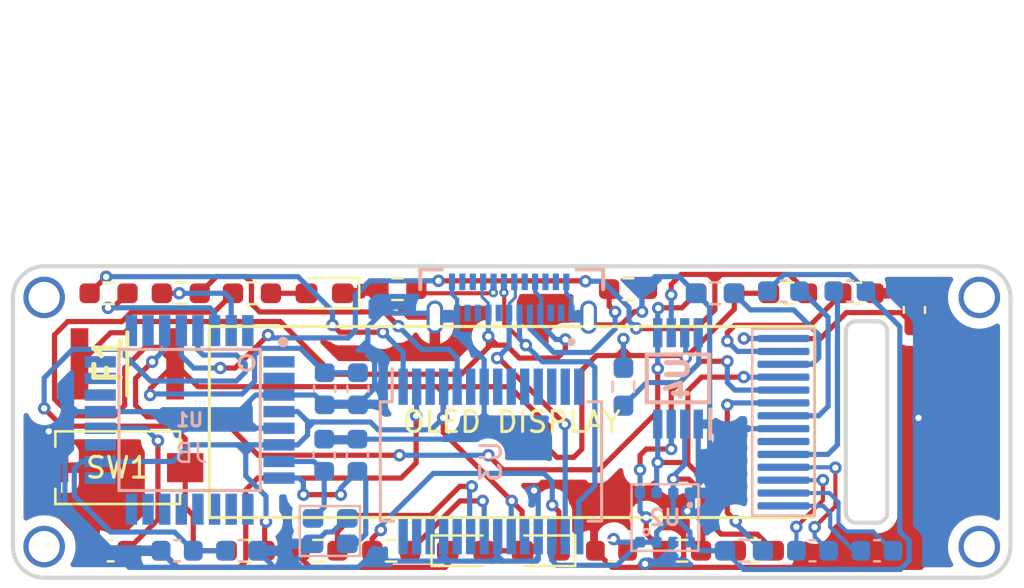
<source format=kicad_pcb>
(kicad_pcb (version 20211014) (generator pcbnew)
  (layers (0 "F.Cu" signal) (31 "B.Cu" signal) (34 "B.Paste" user) (35 "F.Paste" user) (36 "B.SilkS" user "B.Silkscreen") (37 "F.SilkS" user "F.Silkscreen") (38 "B.Mask" user) (39 "F.Mask" user) (44 "Edge.Cuts" user))
  (net 0 "")
  (net 1 "GND")
  (net 4 "Net-(F1-Pad1)")
  (net 5 "Net-(P1-PadA5)")
  (net 6 "D+")
  (net 7 "D-")
  (net 13 "Net-(P1-PadB5)")
  (net 17 "+5V")
  (net 18 "SCL 5V")
  (net 19 "SDA 5V")
  (net 20 "+3V3")
  (net 21 "SDA 3V3")
  (net 22 "SCL 3V3")
  (net 23 "RESET")
  (net 24 "Net-(J1-Pad12)")
  (net 25 "Net-(J1-Pad9)")
  (net 26 "Net-(D3-Pad1)")
  (net 27 "Net-(R7-Pad2)")
  (net 28 "Net-(D2-Pad1)")
  (net 29 "Net-(R6-Pad2)")
  (net 30 "TX")
  (net 31 "Net-(R5-Pad2)")
  (net 32 "RX")
  (net 33 "Net-(R4-Pad2)")
  (net 34 "Net-(D1-Pad2)")
  (net 35 "Net-(C4-Pad1)")
  (net 47 "XTAL1")
  (net 48 "XTAL2")
  (net 49 "C2+")
  (net 50 "C2-")
  (net 51 "C1+")
  (net 52 "C1-")
  (net 53 "Net-(C13-Pad2)")
  (net 55 "Net-(C12-Pad2)")
  (net 56 "Net-(C14-Pad1)")
  (net 57 "Net-(C15-Pad1)")
  (net 58 "Net-(C5-Pad2)")
  (net 77 "Net-(R13-Pad2)")
  (footprint "Resistor_SMD:R_0603_1608Metric_Pad0.98x0.95mm_HandSolder" (layer "F.Cu") (at 146.625 115.9)
    (fp_text reference "R7" hide)
    (fp_text value "120" hide)
  )
  (footprint "" (layer "F.Cu") (at 129.925 103.7)
    (fp_text reference "")
    (fp_text value "")
  )
  (footprint "Resistor_SMD:R_0603_1608Metric_Pad0.98x0.95mm_HandSolder" (layer "F.Cu") (at 133.025 103.5 180)
    (fp_text reference "R4" hide)
    (fp_text value "1K" hide)
  )
  (footprint "LED_SMD:LED_0603_1608Metric_Pad1.05x0.95mm_HandSolder" (layer "F.Cu") (at 153.825 115.9 180)
    (fp_text reference "D3" hide)
    (fp_text value "LED GREEN TX" hide)
  )
  (footprint "LED_SMD:LED_0603_1608Metric_Pad1.05x0.95mm_HandSolder" (layer "F.Cu") (at 150.225 115.9)
    (fp_text reference "D2" hide)
    (fp_text value "LED GREEN RX" hide)
  )
  (footprint "Resistor_SMD:R_0603_1608Metric_Pad0.98x0.95mm_HandSolder" (layer "F.Cu") (at 146.925 103.3)
    (fp_text reference "R2" hide)
    (fp_text value "5K1" hide)
  )
  (footprint "Resistor_SMD:R_0603_1608Metric_Pad0.98x0.95mm_HandSolder" (layer "F.Cu") (at 136.4995 103.5)
    (fp_text reference "R5" hide)
    (fp_text value "1K" hide)
  )
  (footprint "" (layer "F.Cu") (at 174.925 115.7)
    (fp_text reference "")
    (fp_text value "")
  )
  (footprint "Resistor_SMD:R_0603_1608Metric_Pad0.98x0.95mm_HandSolder" (layer "F.Cu") (at 160.625 115.9 180)
    (fp_text reference "R12" hide)
    (fp_text value "4K7" hide)
  )
  (footprint "Resistor_SMD:R_0603_1608Metric_Pad0.98x0.95mm_HandSolder" (layer "F.Cu") (at 162.225 103.5 180)
    (fp_text reference "R10" hide)
    (fp_text value "4K7" hide)
  )
  (footprint "Resistor_SMD:R_0603_1608Metric_Pad0.98x0.95mm_HandSolder" (layer "F.Cu") (at 139.625 115.9 180)
    (fp_text reference "R8" hide)
    (fp_text value "4K7" hide)
  )
  (footprint "LED_SMD:LED_0603_1608Metric_Pad1.05x0.95mm_HandSolder" (layer "F.Cu") (at 143.425 103.5 180)
    (fp_text reference "D1" hide)
    (fp_text value "LED RED" hide)
  )
  (footprint "Capacitor_SMD:C_0603_1608Metric" (layer "F.Cu") (at 136.325 115.9)
    (fp_text reference "C4" hide)
    (fp_text value "100nF" hide)
  )
  (footprint "Capacitor_SMD:C_0603_1608Metric" (layer "F.Cu") (at 169.1 103.5)
    (fp_text reference "C14" hide)
    (fp_text value "10µF" hide)
  )
  (footprint "Resistor_SMD:R_0603_1608Metric_Pad0.98x0.95mm_HandSolder" (layer "F.Cu") (at 158.025 103.3 180)
    (fp_text reference "R3" hide)
    (fp_text value "5K1" hide)
  )
  (footprint "Capacitor_SMD:C_0603_1608Metric" (layer "F.Cu") (at 171.8 104.3 90)
    (fp_text reference "C15" hide)
    (fp_text value "10µF" hide)
  )
  (footprint "Resistor_SMD:R_0603_1608Metric_Pad0.98x0.95mm_HandSolder" (layer "F.Cu") (at 139.925 103.5 180)
    (fp_text reference "R1" hide)
    (fp_text value "150" hide)
  )
  (footprint "MF-MSMF050-2:MF-MSMF050-2" (layer "F.Cu") (at 133.925 106.9)
    (fp_text reference "F1")
    (fp_text value "MF-MSMF050-2" hide)
  )
  (footprint "" (layer "F.Cu") (at 129.925 115.7)
    (fp_text reference "")
    (fp_text value "")
  )
  (footprint "Capacitor_SMD:C_0603_1608Metric" (layer "F.Cu") (at 157.225 115.9)
    (fp_text reference "C3" hide)
    (fp_text value "100nF" hide)
  )
  (footprint "Resistor_SMD:R_0603_1608Metric_Pad0.98x0.95mm_HandSolder" (layer "F.Cu") (at 165.725 103.5)
    (fp_text reference "R9" hide)
    (fp_text value "4K7" hide)
  )
  (footprint "" (layer "F.Cu") (at 174.925 103.7)
    (fp_text reference "")
    (fp_text value "")
  )
  (footprint "SW_PTS636_SM43J_SMTR_LFS:SW_PTS636_SM43J_SMTR_LFS" (layer "F.Cu") (at 133.4625 111.9)
    (fp_text reference "SW1")
    (fp_text value "Reset" hide)
  )
  (footprint "Capacitor_SMD:C_0603_1608Metric" (layer "F.Cu") (at 133.125 115.9)
    (fp_text reference "C5" hide)
    (fp_text value "100nF" hide)
  )
  (footprint "Resistor_SMD:R_0603_1608Metric_Pad0.98x0.95mm_HandSolder" (layer "F.Cu") (at 164.125 115.9)
    (fp_text reference "R11" hide)
    (fp_text value "4K7" hide)
  )
  (footprint "Resistor_SMD:R_0603_1608Metric_Pad0.98x0.95mm_HandSolder" (layer "F.Cu") (at 143.125 115.9)
    (fp_text reference "R6" hide)
    (fp_text value "120" hide)
  )
  (footprint "Capacitor_SMD:C_0603_1608Metric" (layer "B.Cu") (at 145 111.3 90)
    (fp_text reference "C9" hide)
    (fp_text value "22pF" hide)
  )
  (footprint "ATMega328p:ATMEGA328P-AU" (layer "B.Cu") (at 136.925 109.6 180)
    (fp_text reference "U1")
    (fp_text value "ATMEGA328P-AU" hide)
  )
  (footprint "Capacitor_SMD:C_0603_1608Metric" (layer "B.Cu") (at 136.325 115.9 180)
    (fp_text reference "C2" hide)
    (fp_text value "100nF" hide)
  )
  (footprint "Resistor_SMD:R_0603_1608Metric_Pad0.98x0.95mm_HandSolder" (layer "B.Cu") (at 163.6 115.9)
    (fp_text reference "R14" hide)
    (fp_text value "10K" hide)
  )
  (footprint "Capacitor_SMD:C_0603_1608Metric" (layer "B.Cu") (at 168.7 103.4 180)
    (fp_text reference "C13" hide)
    (fp_text value "1µF" hide)
  )
  (footprint "Capacitor_SMD:C_0603_1608Metric" (layer "B.Cu") (at 143.425 108.1 -90)
    (fp_text reference "C6" hide)
    (fp_text value "100nF" hide)
  )
  (footprint "USB4155-03-C:USB4155-03-C" (layer "B.Cu") (at 152.425 103.7)
    (fp_text reference "P1" hide)
    (fp_text value "USB_C_Plug" hide)
  )
  (footprint "Capacitor_SMD:C_0603_1608Metric" (layer "B.Cu") (at 170 115.9)
    (fp_text reference "C10" hide)
    (fp_text value "1µF" hide)
  )
  (footprint "EA_W096016-XALW:EA_W096016-XALW" (layer "B.Cu") (at 165.5 109.4)
    (fp_text reference "J1" hide)
    (fp_text value "EA W096016-XALW" hide)
  )
  (footprint "Package_SO:SSOP-28_5.3x10.2mm_P0.65mm" (layer "B.Cu") (at 151.425 111.6 -90)
    (fp_text reference "U3")
    (fp_text value "FT232RL" hide)
  )
  (footprint "Capacitor_SMD:C_0603_1608Metric" (layer "B.Cu") (at 143.4 111.3 90)
    (fp_text reference "C8" hide)
    (fp_text value "22pF" hide)
  )
  (footprint "Resistor_SMD:R_0603_1608Metric_Pad0.98x0.95mm_HandSolder" (layer "B.Cu") (at 157.8 108 -90)
    (fp_text reference "R13" hide)
    (fp_text value "390K" hide)
  )
  (footprint "Resistor_SMD:R_0603_1608Metric_Pad0.98x0.95mm_HandSolder" (layer "B.Cu") (at 162.2 103.5 180)
    (fp_text reference "R15" hide)
    (fp_text value "390K" hide)
  )
  (footprint "Package_LGA:Bosch_LGA-8_3x3mm_P0.8mm_ClockwisePinNumbering" (layer "B.Cu") (at 159.8 114.3 180)
    (fp_text reference "U2")
    (fp_text value "BME680" hide)
  )
  (footprint "LFXTAL071268:LFXTAL071268" (layer "B.Cu") (at 143.625 114.85 180)
    (fp_text reference "XTAL1" hide)
    (fp_text value "LFXTAL071268" hide)
  )
  (footprint "Capacitor_SMD:C_0603_1608Metric" (layer "B.Cu") (at 139.425 115.9)
    (fp_text reference "C1" hide)
    (fp_text value "1µF" hide)
  )
  (footprint "TCA9517ADGKR:TCA9517ADGKR" (layer "B.Cu") (at 160.425 107.6 90)
    (fp_text reference "U4")
    (fp_text value "PI6ULS5V9306" hide)
  )
  (footprint "Capacitor_SMD:C_0603_1608Metric" (layer "B.Cu") (at 166.9 115.9)
    (fp_text reference "C11" hide)
    (fp_text value "1µF" hide)
  )
  (footprint "Capacitor_SMD:C_0603_1608Metric" (layer "B.Cu") (at 145.025 108.1 -90)
    (fp_text reference "C7" hide)
    (fp_text value "1µF" hide)
  )
  (footprint "Capacitor_SMD:C_0603_1608Metric" (layer "B.Cu") (at 165.5 103.4)
    (fp_text reference "C12" hide)
    (fp_text value "1µF" hide)
  )
  (gr_rect (start 137.875 105.1) (end 167 114.3) (layer "F.SilkS") (width 0.15) (fill none))
  (gr_line (start 170 114.55) (end 169 114.55) (layer "Edge.Cuts") (width 0.2))
  (gr_line (start 176.425 103.7) (end 176.425 115.7) (layer "Edge.Cuts") (width 0.2))
  (gr_line (start 168.5 114.05) (end 168.5 105.35) (layer "Edge.Cuts") (width 0.2))
  (gr_arc (start 128.425 103.7) (mid 128.86434 102.63934) (end 129.925 102.2) (layer "Edge.Cuts") (width 0.2))
  (gr_arc (start 169 114.55) (mid 168.646447 114.403553) (end 168.5 114.05) (layer "Edge.Cuts") (width 0.2))
  (gr_line (start 169 104.85) (end 170 104.85) (layer "Edge.Cuts") (width 0.2))
  (gr_line (start 128.425 103.7) (end 128.425 115.7) (layer "Edge.Cuts") (width 0.2))
  (gr_arc (start 174.925 102.2) (mid 175.98566 102.63934) (end 176.425 103.7) (layer "Edge.Cuts") (width 0.2))
  (gr_arc (start 168.5 105.35) (mid 168.646447 104.996447) (end 169 104.85) (layer "Edge.Cuts") (width 0.2))
  (gr_line (start 170.5 105.35) (end 170.5 114.05) (layer "Edge.Cuts") (width 0.2))
  (gr_arc (start 176.425 115.7) (mid 175.98566 116.76066) (end 174.925 117.2) (layer "Edge.Cuts") (width 0.2))
  (gr_line (start 174.925 102.2) (end 129.925 102.2) (layer "Edge.Cuts") (width 0.2))
  (gr_arc (start 129.925 117.2) (mid 128.86434 116.76066) (end 128.425 115.7) (layer "Edge.Cuts") (width 0.2))
  (gr_arc (start 170 104.85) (mid 170.353553 104.996447) (end 170.5 105.35) (layer "Edge.Cuts") (width 0.2))
  (gr_line (start 174.925 117.2) (end 129.925 117.2) (layer "Edge.Cuts") (width 0.2))
  (gr_arc (start 170.5 114.05) (mid 170.353553 114.403553) (end 170 114.55) (layer "Edge.Cuts") (width 0.2))
  (gr_text "JB" (at 137 111.2) (layer "B.SilkS") (effects (font (size 0.9 0.9) (thickness 0.125)) (justify mirror)))
  (gr_text "OLED DISPLAY" (at 152.425 109.7) (layer "F.SilkS") (effects (font (size 1 1))))
  (segment (start 130.2 111.9125) (end 130.2 113.75) (width 0.25) (layer "F.Cu") (net 1))
  (segment (start 160.7 114.1745) (end 160.7 116.195495) (width 0.25) (layer "F.Cu") (net 1))
  (segment (start 145.8125 103.5) (end 146.0125 103.3) (width 0.25) (layer "F.Cu") (net 1))
  (segment (start 157.25 116.7) (end 156.45 115.9) (width 0.25) (layer "F.Cu") (net 1))
  (segment (start 158.3245 104.3855) (end 158.694195 104.3855) (width 0.25) (layer "F.Cu") (net 1))
  (segment (start 146.0125 103.3) (end 146.125 103.3) (width 0.25) (layer "F.Cu") (net 1))
  (segment (start 144.3 103.5) (end 145.8125 103.5) (width 0.25) (layer "F.Cu") (net 1))
  (segment (start 158.840295 116.532508) (end 158.672803 116.7) (width 0.25) (layer "F.Cu") (net 1))
  (segment (start 156.45 113.125) (end 156.45 115.9) (width 0.25) (layer "F.Cu") (net 1))
  (segment (start 160.7 116.195495) (end 160.195495 116.7) (width 0.25) (layer "F.Cu") (net 1))
  (segment (start 172.6 116.2) (end 172.1 116.7) (width 0.25) (layer "F.Cu") (net 1))
  (segment (start 160.195495 116.7) (end 159.007787 116.7) (width 0.25) (layer "F.Cu") (net 1))
  (segment (start 130.2125 111.9) (end 130.2 111.9125) (width 0.25) (layer "F.Cu") (net 1))
  (segment (start 153.5 113) (end 153.9 112.6) (width 0.25) (layer "F.Cu") (net 1))
  (segment (start 158.694195 104.3855) (end 158.694195 103.543305) (width 0.25) (layer "F.Cu") (net 1))
  (segment (start 155.925 112.6) (end 156.45 113.125) (width 0.25) (layer "F.Cu") (net 1))
  (segment (start 130.2125 110.211794) (end 130.2125 111.9) (width 0.25) (layer "F.Cu") (net 1))
  (segment (start 158.694195 103.543305) (end 158.9375 103.3) (width 0.25) (layer "F.Cu") (net 1))
  (segment (start 172.6 104.325) (end 172.6 116.2) (width 0.25) (layer "F.Cu") (net 1))
  (segment (start 147.475 104.65) (end 148.725 104.65) (width 0.25) (layer "F.Cu") (net 1))
  (segment (start 159.007787 116.7) (end 158.840295 116.532508) (width 0.25) (layer "F.Cu") (net 1))
  (segment (start 169.875 103.5) (end 171.725 103.5) (width 0.25) (layer "F.Cu") (net 1))
  (segment (start 156.5 105.025) (end 157.685 105.025) (width 0.25) (layer "F.Cu") (net 1))
  (segment (start 172.1 116.7) (end 160.195495 116.7) (width 0.25) (layer "F.Cu") (net 1))
  (segment (start 158.672803 116.7) (end 157.25 116.7) (width 0.25) (layer "F.Cu") (net 1))
  (segment (start 156.125 104.65) (end 156.5 105.025) (width 0.25) (layer "F.Cu") (net 1))
  (segment (start 130.150353 110.149647) (end 130.2125 110.211794) (width 0.25) (layer "F.Cu") (net 1))
  (segment (start 146.125 103.3) (end 147.475 104.65) (width 0.25) (layer "F.Cu") (net 1))
  (segment (start 157.685 105.025) (end 158.3245 104.3855) (width 0.25) (layer "F.Cu") (net 1))
  (segment (start 130.2 113.75) (end 132.35 115.9) (width 0.25) (layer "F.Cu") (net 1))
  (segment (start 153.9 112.6) (end 155.925 112.6) (width 0.25) (layer "F.Cu") (net 1))
  (segment (start 160.878839 113.995661) (end 160.7 114.1745) (width 0.25) (layer "F.Cu") (net 1))
  (segment (start 171.8 103.525) (end 172.6 104.325) (width 0.25) (layer "F.Cu") (net 1))
  (via (at 130.150353 110.149647) (size 0.6) (drill 0.3) (layers "F.Cu" "B.Cu") (net 1))
  (via (at 160.878839 113.995661) (size 0.6) (drill 0.3) (layers "F.Cu" "B.Cu") (net 1))
  (via (at 153.5 113) (size 0.6) (drill 0.3) (layers "F.Cu" "B.Cu") (net 1))
  (via (at 158.840295 116.532508) (size 0.6) (drill 0.3) (layers "F.Cu" "B.Cu") (net 1))
  (via (at 172 109.5) (size 0.6) (drill 0.3) (layers "F.Cu" "B.Cu") (net 1))
  (via (at 158.694195 104.3855) (size 0.6) (drill 0.3) (layers "F.Cu" "B.Cu") (net 1))
  (segment (start 153.625 116.4) (end 153.7 116.325) (width 0.25) (layer "B.Cu") (net 1))
  (segment (start 149.8 104.45) (end 148.925 104.45) (width 0.25) (layer "B.Cu") (net 1))
  (segment (start 162.18 110.02) (end 161.95 110.25) (width 0.25) (layer "B.Cu") (net 1))
  (segment (start 151.5 116.4) (end 151.4 116.4) (width 0.25) (layer "B.Cu") (net 1))
  (segment (start 130.925 110.125) (end 130.925 110.475) (width 0.25) (layer "B.Cu") (net 1))
  (segment (start 159.32 102.7) (end 160.4875 102.7) (width 0.25) (layer "B.Cu") (net 1))
  (segment (start 149.55 103.55) (end 149.55 103) (width 0.2) (layer "B.Cu") (net 1))
  (segment (start 145.025 108.875) (end 145.825 108.075) (width 0.25) (layer "B.Cu") (net 1))
  (segment (start 139.8 109.7) (end 139.8 109.2) (width 0.25) (layer "B.Cu") (net 1))
  (segment (start 140.1 110) (end 139.8 109.7) (width 0.25) (layer "B.Cu") (net 1))
  (segment (start 143.425 108.875) (end 142.95 108.4) (width 0.25) (layer "B.Cu") (net 1))
  (segment (start 149.5 116.4) (end 151.4 116.4) (width 0.25) (layer "B.Cu") (net 1))
  (segment (start 161.95 110.25) (end 161.95 112.1625) (width 0.25) (layer "B.Cu") (net 1))
  (segment (start 130.150353 110.149647) (end 130.175 110.125) (width 0.25) (layer "B.Cu") (net 1))
  (segment (start 140.2 115.9) (end 141 116.7) (width 0.25) (layer "B.Cu") (net 1))
  (segment (start 153.5 116.4) (end 153.3 116.4) (width 0.25) (layer "B.Cu") (net 1))
  (segment (start 152 116.4) (end 153.3 116.4) (width 0.25) (layer "B.Cu") (net 1))
  (segment (start 145 110.525) (end 150.4 110.525) (width 0.25) (layer "B.Cu") (net 1))
  (segment (start 148.9 116.4) (end 149.325 116.4) (width 0.25) (layer "B.Cu") (net 1))
  (segment (start 153.5 113) (end 153.7 113.2) (width 0.25) (layer "B.Cu") (net 1))
  (segment (start 153.3 116.4) (end 153.625 116.4) (width 0.25) (layer "B.Cu") (net 1))
  (segment (start 132.625 109.2) (end 131.5 109.2) (width 0.25) (layer "B.Cu") (net 1))
  (segment (start 130.925 109.775) (end 130.925 110.125) (width 0.25) (layer "B.Cu") (net 1))
  (segment (start 162.22 110.02) (end 162.02 110.02) (width 0.25) (layer "B.Cu") (net 1))
  (segment (start 142.95 108.4) (end 141.225 108.4) (width 0.25) (layer "B.Cu") (net 1))
  (segment (start 142.915817 115.567) (end 142.863 115.567) (width 0.25) (layer "B.Cu") (net 1))
  (segment (start 161.95 109.95) (end 161.95 110.25) (width 0.25) (layer "B.Cu") (net 1))
  (segment (start 148.5327 104.4577) (end 148.725 104.65) (width 0.25) (layer "B.Cu") (net 1))
  (segment (start 144.513 114.342) (end 144.460183 114.342) (width 0.25) (layer "B.Cu") (net 1))
  (segment (start 145.346 116.4) (end 148.9 116.4) (width 0.25) (layer "B.Cu") (net 1))
  (segment (start 145.825 108.075) (end 145.825 106.8) (width 0.25) (layer "B.Cu") (net 1))
  (segment (start 155.925 104.45) (end 156.125 104.65) (width 0.25) (layer "B.Cu") (net 1))
  (segment (start 159.367492 116.532508) (end 158.840295 116.532508) (width 0.25) (layer "B.Cu") (net 1))
  (segment (start 160.4875 102.7) (end 161.2875 103.5) (width 0.25) (layer "B.Cu") (net 1))
  (segment (start 136.3 116.7) (end 134.025 116.7) (width 0.25) (layer "B.Cu") (net 1))
  (segment (start 155.3 103.75) (end 155.05 103.5) (width 0.2) (layer "B.Cu") (net 1))
  (segment (start 139.7 108.9) (end 139.7 109.4) (width 0.25) (layer "B.Cu") (net 1))
  (segment (start 149.15 116.4) (end 149.325 116.4) (width 0.25) (layer "B.Cu") (net 1))
  (segment (start 149.15 115.2) (end 149.15 116.15) (width 0.25) (layer "B.Cu") (net 1))
  (segment (start 130.575 110.125) (end 130.925 109.775) (width 0.25) (layer "B.Cu") (net 1))
  (segment (start 161 113.8745) (end 160.878839 113.995661) (width 0.25) (layer "B.Cu") (net 1))
  (segment (start 153.7 116.325) (end 153.7 116.2) (width 0.25) (layer "B.Cu") (net 1))
  (segment (start 134.025 116.7) (end 130.925 113.6) (width 0.25) (layer "B.Cu") (net 1))
  (segment (start 161.95 109.75) (end 161.95 109.95) (width 0.25) (layer "B.Cu") (net 1))
  (segment (start 130.175 110.125) (end 130.575 110.125) (width 0.25) (layer "B.Cu") (net 1))
  (segment (start 161.95 104.1625) (end 161.2875 103.5) (width 0.25) (layer "B.Cu") (net 1))
  (segment (start 139.3 109.2) (end 139.8 109.7) (width 0.25) (layer "B.Cu") (net 1))
  (segment (start 153.7 116.2) (end 153.7 115.2) (width 0.25) (layer "B.Cu") (net 1))
  (segment (start 135.55 115.9) (end 135.55 115.95) (width 0.25) (layer "B.Cu") (net 1))
  (segment (start 148.5 115.2) (end 149.15 115.2) (width 0.25) (layer "B.Cu") (net 1))
  (segment (start 130.575 110.125) (end 130.925 110.125) (width 0.25) (layer "B.Cu") (net 1))
  (segment (start 149.8 104.5) (end 149.8 103.8) (width 0.2) (layer "B.Cu") (net 1))
  (segment (start 140.225 116.7) (end 136.3 116.7) (width 0.25) (layer "B.Cu") (net 1))
  (segment (start 161.95 109.55) (end 161.95 109.75) (width 0.25) (layer "B.Cu") (net 1))
  (segment (start 153.7 116.2) (end 153.5 116.4) (width 0.25) (layer "B.Cu") (net 1))
  (segment (start 131.5 109.2) (end 130.925 109.775) (width 0.25) (layer "B.Cu") (net 1))
  (segment (start 130.575 110.125) (end 130.925 110.475) (width 0.25) (layer "B.Cu") (net 1))
  (segment (start 145.223 116.523) (end 145.046 116.7) (width 0.25) (layer "B.Cu") (net 1))
  (segment (start 149.8 105.4) (end 149.8 104.45) (width 0.25) (layer "B.Cu") (net 1))
  (segment (start 139.3 109.2) (end 139.4 109.2) (width 0.25) (layer "B.Cu") (net 1))
  (segment (start 151.1 109.825) (end 151.1 108) (width 0.25) (layer "B.Cu") (net 1))
  (segment (start 140.1 108.4) (end 141.225 108.4) (width 0.25) (layer "B.Cu") (net 1))
  (segment (start 149.15 116.15) (end 148.9 116.4) (width 0.25) (layer "B.Cu") (net 1))
  (segment (start 145.346 116.4) (end 145.223 116.523) (width 0.25) (layer "B.Cu") (net 1))
  (segment (start 139.8 109.2) (end 139.8 108.7) (width 0.25) (layer "B.Cu") (net 1))
  (segment (start 162.22 110.02) (end 162.18 110.02) (width 0.25) (layer "B.Cu") (net 1))
  (segment (start 161.95 112.1625) (end 161 113.1125) (width 0.25) (layer "B.Cu") (net 1))
  (segment (start 146.1673 104.4577) (end 148.5327 104.4577) (width 0.25) (layer "B.Cu") (net 1))
  (segment (start 143.4 110.525) (end 145 110.525) (width 0.25) (layer "B.Cu") (net 1))
  (segment (start 130.925 110.475) (end 130.925 112) (width 0.25) (layer "B.Cu") (net 1))
  (segment (start 162.22 110.02) (end 161.95 109.75) (width 0.25) (layer "B.Cu") (net 1))
  (segment (start 141.7 116.7) (end 141.6 116.7) (width 0.25) (layer "B.Cu") (net 1))
  (segment (start 162.02 110.02) (end 161.95 109.95) (width 0.25) (layer "B.Cu") (net 1))
  (segment (start 155.05 103.5) (end 155.05 102.95) (width 0.2) (layer "B.Cu") (net 1))
  (segment (start 149.8 103.8) (end 149.55 103.55) (width 0.2) (layer "B.Cu") (net 1))
  (segment (start 160.2 115.4875) (end 160.2 115.7) (width 0.25) (layer "B.Cu") (net 1))
  (segment (start 149.325 116.4) (end 149.5 116.4) (width 0.25) (layer "B.Cu") (net 1))
  (segment (start 151.75 116.275) (end 151.75 116.15) (width 0.25) (layer "B.Cu") (net 1))
  (segment (start 141.225 110) (end 140.1 110) (width 0.25) (layer "B.Cu") (net 1))
  (segment (start 158.694195 104.3855) (end 158.694195 103.325805) (width 0.25) (layer "B.Cu") (net 1))
  (segment (start 143.482817 115) (end 142.915817 115.567) (width 0.25) (layer "B.Cu") (net 1))
  (segment (start 155.3 104.45) (end 155.3 103.75) (width 0.2) (layer "B.Cu") (net 1))
  (segment (start 141.6 116.7) (end 140.225 116.7) (width 0.25) (layer "B.Cu") (net 1))
  (segment (start 145.046 116.7) (end 141.6 116.7) (width 0.25) (layer "B.Cu") (net 1))
  (segment (start 139.65 108.85) (end 139.3 109.2) (width 0.25) (layer "B.Cu") (net 1))
  (segment (start 149.4 116.4) (end 149.5 116.4) (width 0.25) (layer "B.Cu") (net 1))
  (segment (start 139.4 109.2) (end 139.8 109.2) (width 0.25) (layer "B.Cu") (net 1))
  (segment (start 139.8 108.7) (end 140.1 108.4) (width 0.25) (layer "B.Cu") (net 1))
  (segment (start 161 113.1125) (end 161 113.8745) (width 0.25) (layer "B.Cu") (net 1))
  (segment (start 151.4 116.4) (end 151.625 116.4) (width 0.25) (layer "B.Cu") (net 1))
  (segment (start 151.75 116.15) (end 152 116.4) (width 0.25) (layer "B.Cu") (net 1))
  (segment (start 148.925 104.45) (end 148.725 104.65) (width 0.25) (layer "B.Cu") (net 1))
  (segment (start 150.4 110.525) (end 151.1 109.825) (width 0.25) (layer "B.Cu") (net 1))
  (segment (start 159.8 116.1) (end 159.367492 116.532508) (width 0.25) (layer "B.Cu") (net 1))
  (segment (start 144.460183 114.342) (end 143.802183 115) (width 0.25) (layer "B.Cu") (net 1))
  (segment (start 158.694195 103.325805) (end 159.32 102.7) (width 0.25) (layer "B.Cu") (net 1))
  (segment (start 130.925 113.6) (end 130.925 111.575) (width 0.25) (layer "B.Cu") (net 1))
  (segment (start 151.1 108) (end 151.1 106.7) (width 0.25) (layer "B.Cu") (net 1))
  (segment (start 151.625 116.4) (end 152 116.4) (width 0.25) (layer "B.Cu") (net 1))
  (segment (start 142.833 115.567) (end 141.7 116.7) (width 0.25) (layer "B.Cu") (net 1))
  (segment (start 149.15 116.15) (end 149.4 116.4) (width 0.25) (layer "B.Cu") (net 1))
  (segment (start 161.4 112.7125) (end 161 113.1125) (width 0.25) (layer "B.Cu") (net 1))
  (segment (start 161.95 109.55) (end 161.95 104.1625) (width 0.25) (layer "B.Cu") (net 1))
  (segment (start 145.5 106.475) (end 145.5 105.125) (width 0.25) (layer "B.Cu") (net 1))
  (segment (start 139.65 108.85) (end 139.7 108.9) (width 0.25) (layer "B.Cu") (net 1))
  (segment (start 151.1 106.7) (end 149.8 105.4) (width 0.25) (layer "B.Cu") (net 1))
  (segment (start 161.4 109.8) (end 161.4 112.7125) (width 0.25) (layer "B.Cu") (net 1))
  (segment (start 139.6 109.4) (end 139.4 109.2) (width 0.25) (layer "B.Cu") (net 1))
  (segment (start 160.2 115.7) (end 159.8 116.1) (width 0.25) (layer "B.Cu") (net 1))
  (segment (start 132.625 109.2) (end 139.3 109.2) (width 0.25) (layer "B.Cu") (net 1))
  (segment (start 141 116.7) (end 141.1 116.7) (width 0.25) (layer "B.Cu") (net 1))
  (segment (start 149.15 116.15) (end 149.15 116.4) (width 0.25) (layer "B.Cu") (net 1))
  (segment (start 151.75 116.15) (end 151.5 116.4) (width 0.25) (layer "B.Cu") (net 1))
  (segment (start 139.8 108.7) (end 139.65 108.85) (width 0.25) (layer "B.Cu") (net 1))
  (segment (start 151.75 116.15) (end 151.75 115.2) (width 0.25) (layer "B.Cu") (net 1))
  (segment (start 139.7 109.4) (end 139.6 109.4) (width 0.25) (layer "B.Cu") (net 1))
  (segment (start 143.802183 115) (end 143.482817 115) (width 0.25) (layer "B.Cu") (net 1))
  (segment (start 145.5 105.125) (end 146.1673 104.4577) (width 0.25) (layer "B.Cu") (net 1))
  (segment (start 153.7 113.2) (end 153.7 115.2) (width 0.25) (layer "B.Cu") (net 1))
  (segment (start 145.825 106.8) (end 145.5 106.475) (width 0.25) (layer "B.Cu") (net 1))
  (segment (start 155.3 104.45) (end 155.925 104.45) (width 0.25) (layer "B.Cu") (net 1))
  (segment (start 145.025 108.875) (end 143.425 108.875) (width 0.25) (layer "B.Cu") (net 1))
  (segment (start 135.55 115.95) (end 136.3 116.7) (width 0.25) (layer "B.Cu") (net 1))
  (segment (start 165.5 110.02) (end 162.22 110.02) (width 0.25) (layer "B.Cu") (net 1))
  (segment (start 142.863 115.567) (end 142.833 115.567) (width 0.25) (layer "B.Cu") (net 1))
  (segment (start 151.653 105.997) (end 151.403 105.997) (width 0.25) (layer "F.Cu") (net 4))
  (segment (start 134.34 104.86) (end 133.8 105.4) (width 0.25) (layer "F.Cu") (net 4))
  (segment (start 151.3 105.58) (end 151.653 105.933) (width 0.25) (layer "F.Cu") (net 4))
  (segment (start 151.403 105.997) (end 151.3 106.1) (width 0.25) (layer "F.Cu") (net 4))
  (segment (start 133.125 105.4) (end 131.625 106.9) (width 0.25) (layer "F.Cu") (net 4))
  (segment (start 150 107.4) (end 143.825 107.4) (width 0.25) (layer "F.Cu") (net 4))
  (segment (start 151.3 105.58) (end 151.3 106.1) (width 0.25) (layer "F.Cu") (net 4))
  (segment (start 151.653 105.933) (end 151.653 105.997) (width 0.25) (layer "F.Cu") (net 4))
  (segment (start 152.167 105.997) (end 151.653 105.997) (width 0.25) (layer "F.Cu") (net 4))
  (segment (start 143.825 107.4) (end 141.285 104.86) (width 0.25) (layer "F.Cu") (net 4))
  (segment (start 141.285 104.86) (end 134.34 104.86) (width 0.25) (layer "F.Cu") (net 4))
  (segment (start 133.8 105.4) (end 133.125 105.4) (width 0.25) (layer "F.Cu") (net 4))
  (segment (start 151.3 106.1) (end 150 107.4) (width 0.25) (layer "F.Cu") (net 4))
  (segment (start 155.0055 106.2345) (end 154.619442 106.620558) (width 0.25) (layer "F.Cu") (net 4))
  (segment (start 154.619442 106.620558) (end 152.790558 106.620558) (width 0.25) (layer "F.Cu") (net 4))
  (segment (start 155.0055 105.7255) (end 155.0055 106.2345) (width 0.25) (layer "F.Cu") (net 4))
  (segment (start 152.790558 106.620558) (end 152.167 105.997) (width 0.25) (layer "F.Cu") (net 4))
  (via (at 155.0055 105.7255) (size 0.6) (drill 0.3) (layers "F.Cu" "B.Cu") (net 4))
  (via (at 151.3 105.58) (size 0.6) (drill 0.3) (layers "F.Cu" "B.Cu") (net 4))
  (segment (start 151.05 102.95) (end 151.05 103.197537) (width 0.15) (layer "B.Cu") (net 4))
  (segment (start 153.84 104.41) (end 153.8 104.45) (width 0.2) (layer "B.Cu") (net 4))
  (segment (start 151 103.68) (end 151.3 103.98) (width 0.15) (layer "B.Cu") (net 4))
  (segment (start 151.3 103.98) (end 151.3 104.45) (width 0.15) (layer "B.Cu") (net 4))
  (segment (start 153.55 102.95) (end 153.55 103.43) (width 0.2) (layer "B.Cu") (net 4))
  (segment (start 151 103.247537) (end 151 103.68) (width 0.15) (layer "B.Cu") (net 4))
  (segment (start 151.05 103.197537) (end 151 103.247537) (width 0.15) (layer "B.Cu") (net 4))
  (segment (start 155.0055 105.7255) (end 154.5505 105.7255) (width 0.25) (layer "B.Cu") (net 4))
  (segment (start 153.55 103.43) (end 153.84 103.72) (width 0.2) (layer "B.Cu") (net 4))
  (segment (start 153.84 103.72) (end 153.84 104.41) (width 0.2) (layer "B.Cu") (net 4))
  (segment (start 151.3 105.58) (end 151.3 104.45) (width 0.25) (layer "B.Cu") (net 4))
  (segment (start 153.8 104.975) (end 153.8 104.45) (width 0.25) (layer "B.Cu") (net 4))
  (segment (start 154.5505 105.7255) (end 153.8 104.975) (width 0.25) (layer "B.Cu") (net 4))
  (segment (start 157.4 104.4) (end 157.1125 104.1125) (width 0.25) (layer "F.Cu") (net 5))
  (segment (start 157.1125 104.1125) (end 157.1125 103.3) (width 0.25) (layer "F.Cu") (net 5))
  (via (at 157.4 104.4) (size 0.6) (drill 0.3) (layers "F.Cu" "B.Cu") (net 5))
  (segment (start 156.266116 106.35) (end 154.45 106.35) (width 0.25) (layer "B.Cu") (net 5))
  (segment (start 157.4 104.4) (end 157.4 105.216116) (width 0.25) (layer "B.Cu") (net 5))
  (segment (start 153.3 105.2) (end 153.3 104.45) (width 0.25) (layer "B.Cu") (net 5))
  (segment (start 157.4 105.216116) (end 156.266116 106.35) (width 0.25) (layer "B.Cu") (net 5))
  (segment (start 154.45 106.35) (end 153.3 105.2) (width 0.25) (layer "B.Cu") (net 5))
  (segment (start 153.104442 105.995558) (end 152.065 104.956116) (width 0.2) (layer "F.Cu") (net 6))
  (segment (start 152.065 104.956116) (end 152.065 103.47) (width 0.2) (layer "F.Cu") (net 6))
  (via (at 152.05 103.47) (size 0.45) (drill 0.2) (layers "F.Cu" "B.Cu") (net 6))
  (via (at 153.104442 105.995558) (size 0.6) (drill 0.3) (layers "F.Cu" "B.Cu") (net 6))
  (segment (start 152.05 102.95) (end 152.065 102.965) (width 0.2) (layer "B.Cu") (net 6))
  (segment (start 156.15 106.8) (end 156.425 107.075) (width 0.25) (layer "B.Cu") (net 6))
  (segment (start 155.65 113.55) (end 155.65 115.2) (width 0.25) (layer "B.Cu") (net 6))
  (segment (start 156.425 107.075) (end 156.425 112.775) (width 0.25) (layer "B.Cu") (net 6))
  (segment (start 156.425 112.775) (end 155.65 113.55) (width 0.25) (layer "B.Cu") (net 6))
  (segment (start 152.8 104.45) (end 152.8 105.691116) (width 0.25) (layer "B.Cu") (net 6))
  (segment (start 152.8 105.691116) (end 153.104442 105.995558) (width 0.25) (layer "B.Cu") (net 6))
  (segment (start 152.065 102.965) (end 152.065 103.47) (width 0.2) (layer "B.Cu") (net 6))
  (segment (start 153.104442 105.995558) (end 153.908884 106.8) (width 0.25) (layer "B.Cu") (net 6))
  (segment (start 153.908884 106.8) (end 156.15 106.8) (width 0.25) (layer "B.Cu") (net 6))
  (segment (start 151.7975 106.622) (end 151.722 106.622) (width 0.25) (layer "F.Cu") (net 7))
  (segment (start 154.98275 109.80725) (end 151.7975 106.622) (width 0.25) (layer "F.Cu") (net 7))
  (via (at 151.722 106.622) (size 0.6) (drill 0.3) (layers "F.Cu" "B.Cu") (net 7))
  (via (at 154.98275 109.80725) (size 0.6) (drill 0.3) (layers "F.Cu" "B.Cu") (net 7))
  (segment (start 155 110.925) (end 155 115.2) (width 0.25) (layer "B.Cu") (net 7))
  (segment (start 152.3 104) (end 152.6 103.7) (width 0.15) (layer "B.Cu") (net 7))
  (segment (start 152.6 103.7) (end 152.6 103) (width 0.15) (layer "B.Cu") (net 7))
  (segment (start 152.6 103) (end 152.55 102.95) (width 0.15) (layer "B.Cu") (net 7))
  (segment (start 152.3 104.45) (end 152.3 104) (width 0.15) (layer "B.Cu") (net 7))
  (segment (start 152.3 106.044) (end 152.3 104.45) (width 0.25) (layer "B.Cu") (net 7))
  (segment (start 155 109.8245) (end 155 110.2) (width 0.25) (layer "B.Cu") (net 7))
  (segment (start 155 110.2) (end 155 110.925) (width 0.25) (layer "B.Cu") (net 7))
  (segment (start 154.98275 109.80725) (end 155 109.8245) (width 0.2) (layer "B.Cu") (net 7))
  (segment (start 151.722 106.622) (end 152.3 106.044) (width 0.25) (layer "B.Cu") (net 7))
  (segment (start 147.8375 103.3) (end 148.0375 103.5) (width 0.2) (layer "F.Cu") (net 13))
  (segment (start 151.495 103.5) (end 151.525 103.47) (width 0.2) (layer "F.Cu") (net 13))
  (segment (start 148.0375 103.5) (end 151.495 103.5) (width 0.2) (layer "F.Cu") (net 13))
  (via (at 151.54 103.47) (size 0.45) (drill 0.2) (layers "F.Cu" "B.Cu") (net 13))
  (segment (start 151.55 102.95) (end 151.525 102.975) (width 0.2) (layer "B.Cu") (net 13))
  (segment (start 151.54 102.96) (end 151.55 102.95) (width 0.15) (layer "B.Cu") (net 13))
  (segment (start 151.525 102.975) (end 151.525 103.47) (width 0.2) (layer "B.Cu") (net 13))
  (segment (start 154.2 109.875) (end 152.325 108) (width 0.25) (layer "F.Cu") (net 17))
  (segment (start 157.8 106.2) (end 157.8 105.7) (width 0.25) (layer "F.Cu") (net 17))
  (segment (start 131.225 109.4) (end 133.3 109.4) (width 0.25) (layer "F.Cu") (net 17))
  (segment (start 149.125 108.025) (end 149.1 108) (width 0.25) (layer "F.Cu") (net 17))
  (segment (start 160.8 106.6) (end 163.1375 104.2625) (width 0.25) (layer "F.Cu") (net 17))
  (segment (start 154.2 111) (end 154.2 109.875) (width 0.25) (layer "F.Cu") (net 17))
  (segment (start 136.2 106.9) (end 136.225 106.9) (width 0.25) (layer "F.Cu") (net 17))
  (segment (start 158.1 106.5) (end 160.7 106.5) (width 0.25) (layer "F.Cu") (net 17))
  (segment (start 160.7 106.5) (end 160.8 106.6) (width 0.25) (layer "F.Cu") (net 17))
  (segment (start 130.425 108.6) (end 131.225 109.4) (width 0.25) (layer "F.Cu") (net 17))
  (segment (start 149.125 109.5) (end 149.125 108.285) (width 0.25) (layer "F.Cu") (net 17))
  (segment (start 131.065 104.86) (end 130.425 105.5) (width 0.25) (layer "F.Cu") (net 17))
  (segment (start 157.5 106.5) (end 156.5 106.5) (width 0.25) (layer "F.Cu") (net 17))
  (segment (start 138.1025 104.41) (end 134.121802 104.41) (width 0.25) (layer "F.Cu") (net 17))
  (segment (start 149.125 108.285) (end 149.41 108) (width 0.25) (layer "F.Cu") (net 17))
  (segment (start 149.1 108) (end 148.84 108) (width 0.25) (layer "F.Cu") (net 17))
  (segment (start 152.425 113.5) (end 152.925 114) (width 0.25) (layer "F.Cu") (net 17))
  (segment (start 154.6 111.4) (end 154.2 111) (width 0.25) (layer "F.Cu") (net 17))
  (segment (start 139.0125 103.5) (end 138.1025 104.41) (width 0.25) (layer "F.Cu") (net 17))
  (segment (start 149.125 110.2) (end 152.425 113.5) (width 0.25) (layer "F.Cu") (net 17))
  (segment (start 133.3 109.4) (end 133.8 108.9) (width 0.25) (layer "F.Cu") (net 17))
  (segment (start 152.325 108) (end 149.45 108) (width 0.25) (layer "F.Cu") (net 17))
  (segment (start 149.125 108.285) (end 149.125 108.025) (width 0.25) (layer "F.Cu") (net 17))
  (segment (start 151.1 115.9) (end 152.95 115.9) (width 0.25) (layer "F.Cu") (net 17))
  (segment (start 158.1 106.5) (end 157.8 106.2) (width 0.25) (layer "F.Cu") (net 17))
  (segment (start 152.925 114) (end 152.925 115.875) (width 0.25) (layer "F.Cu") (net 17))
  (segment (start 163.1375 104.2625) (end 163.1375 103.5) (width 0.25) (layer "F.Cu") (net 17))
  (segment (start 134.8 106.1) (end 135.4 106.1) (width 0.25) (layer "F.Cu") (net 17))
  (segment (start 137.325 108) (end 136.225 106.9) (width 0.25) (layer "F.Cu") (net 17))
  (segment (start 149.41 108) (end 149.45 108) (width 0.25) (layer "F.Cu") (net 17))
  (segment (start 135.025 108.1) (end 136.225 106.9) (width 0.25) (layer "F.Cu") (net 17))
  (segment (start 157.8 106.2) (end 157.5 106.5) (width 0.25) (layer "F.Cu") (net 17))
  (segment (start 149.125 109.5) (end 149.125 110.2) (width 0.25) (layer "F.Cu") (net 17))
  (segment (start 152.925 115.875) (end 152.95 115.9) (width 0.25) (layer "F.Cu") (net 17))
  (segment (start 135.025 108.4) (end 135.025 108.1) (width 0.25) (layer "F.Cu") (net 17))
  (segment (start 130.425 105.5) (end 130.425 108.6) (width 0.25) (layer "F.Cu") (net 17))
  (segment (start 155.408884 111.4) (end 154.6 111.4) (width 0.25) (layer "F.Cu") (net 17))
  (segment (start 133.671802 104.86) (end 131.065 104.86) (width 0.25) (layer "F.Cu") (net 17))
  (segment (start 149.45 108) (end 149.1 108) (width 0.25) (layer "F.Cu") (net 17))
  (segment (start 149.125 108.285) (end 148.84 108) (width 0.25) (layer "F.Cu") (net 17))
  (segment (start 140.5375 115.9) (end 140.5375 114.563) (width 0.25) (layer "F.Cu") (net 17))
  (segment (start 133.8 107.1) (end 134.8 106.1) (width 0.25) (layer "F.Cu") (net 17))
  (segment (start 133.8 108.9) (end 133.8 107.1) (width 0.25) (layer "F.Cu") (net 17))
  (segment (start 140.5375 114.563) (end 140.6005 114.5) (width 0.25) (layer "F.Cu") (net 17))
  (segment (start 156.5 106.5) (end 155.8 107.2) (width 0.25) (layer "F.Cu") (net 17))
  (segment (start 155.8 107.2) (end 155.8 111.008884) (width 0.25) (layer "F.Cu") (net 17))
  (segment (start 135.4 106.1) (end 136.2 106.9) (width 0.25) (layer "F.Cu") (net 17))
  (segment (start 134.121802 104.41) (end 133.671802 104.86) (width 0.25) (layer "F.Cu") (net 17))
  (segment (start 163.1375 103.5) (end 164.8125 103.5) (width 0.25) (layer "F.Cu") (net 17))
  (segment (start 155.8 111.008884) (end 155.408884 111.4) (width 0.25) (layer "F.Cu") (net 17))
  (segment (start 157.5 106.5) (end 158.1 106.5) (width 0.25) (layer "F.Cu") (net 17))
  (segment (start 148.84 108) (end 137.325 108) (width 0.25) (layer "F.Cu") (net 17))
  (via (at 160.8 106.6) (size 0.6) (drill 0.3) (layers "F.Cu" "B.Cu") (net 17))
  (via (at 152.425 113.5) (size 0.6) (drill 0.3) (layers "F.Cu" "B.Cu") (net 17))
  (via (at 140.6005 114.5) (size 0.6) (drill 0.3) (layers "F.Cu" "B.Cu") (net 17))
  (via (at 157.8 105.7) (size 0.6) (drill 0.3) (layers "F.Cu" "B.Cu") (net 17))
  (via (at 149.125 109.5) (size 0.6) (drill 0.3) (layers "F.Cu" "B.Cu") (net 17))
  (via (at 135.025 108.4) (size 0.6) (drill 0.3) (layers "F.Cu" "B.Cu") (net 17))
  (segment (start 134.225 111.6) (end 134.525 111.6) (width 0.25) (layer "B.Cu") (net 17))
  (segment (start 152.425 113.5) (end 152.4 113.525) (width 0.25) (layer "B.Cu") (net 17))
  (segment (start 142.6 110) (end 142.9 109.7) (width 0.25) (layer "B.Cu") (net 17))
  (segment (start 134.025 111.6) (end 134.225 111.6) (width 0.25) (layer "B.Cu") (net 17))
  (segment (start 139.625 111.2) (end 140.025 110.8) (width 0.25) (layer "B.Cu") (net 17))
  (segment (start 140.6005 114.5) (end 140.6005 113.2755) (width 0.25) (layer "B.Cu") (net 17))
  (segment (start 145.625 109.7) (end 142.9 109.7) (width 0.25) (layer "B.Cu") (net 17))
  (segment (start 132.625 111.6) (end 133.925 111.6) (width 0.25) (layer "B.Cu") (net 17))
  (segment (start 139.625 111) (end 139.825 110.8) (width 0.25) (layer "B.Cu") (net 17))
  (segment (start 141.225 109.2) (end 142.125 109.2) (width 0.25) (layer "B.Cu") (net 17))
  (segment (start 142.9 109.7) (end 142.8 109.7) (width 0.25) (layer "B.Cu") (net 17))
  (segment (start 139.625 111.2) (end 139.625 111) (width 0.25) (layer "B.Cu") (net 17))
  (segment (start 137.1 115.9) (end 136.2 115) (width 0.25) (layer "B.Cu") (net 17))
  (segment (start 139.125 110.8) (end 139.325 110.8) (width 0.25) (layer "B.Cu") (net 17))
  (segment (start 139.45 108.35) (end 140.05 107.75) (width 0.25) (layer "B.Cu") (net 17))
  (segment (start 139.625 111) (end 139.625 110.8) (width 0.25) (layer "B.Cu") (net 17))
  (segment (start 139.625 111) (end 139.425 110.8) (width 0.25) (layer "B.Cu") (net 17))
  (segment (start 157.8 107.0875) (end 157.8 105.7) (width 0.25) (layer "B.Cu") (net 17))
  (segment (start 134.525 111.6) (end 136.125 111.6) (width 0.25) (layer "B.Cu") (net 17))
  (segment (start 142.9 109.7) (end 142.625 109.7) (width 0.25) (layer "B.Cu") (net 17))
  (segment (start 131.375 113.25) (end 131.375 111.95) (width 0.25) (layer "B.Cu") (net 17))
  (segment (start 140.125 110.8) (end 141.225 110.8) (width 0.25) (layer "B.Cu") (net 17))
  (segment (start 149.125 109.5) (end 148.55 110.075) (width 0.25) (layer "B.Cu") (net 17))
  (segment (start 139.825 110.8) (end 140.125 110.8) (width 0.25) (layer "B.Cu") (net 17))
  (segment (start 142.125 109.2) (end 142.425 109.5) (width 0.25) (layer "B.Cu") (net 17))
  (segment (start 136.125 111.6) (end 136.925 110.8) (width 0.25) (layer "B.Cu") (net 17))
  (segment (start 140.05 107.75) (end 140.05 106.475) (width 0.25) (layer "B.Cu") (net 17))
  (segment (start 133.925 111.6) (end 134.025 111.6) (width 0.25) (layer "B.Cu") (net 17))
  (segment (start 160.8 105.45) (end 160.75 105.4) (width 0.25) (layer "B.Cu") (net 17))
  (segment (start 133.125 115) (end 131.375 113.25) (width 0.25) (layer "B.Cu") (net 17))
  (segment (start 139.625 111.2) (end 139.225 110.8) (width 0.25) (layer "B.Cu") (net 17))
  (segment (start 142.425 109.5) (end 142.6 109.675) (width 0.25) (layer "B.Cu") (net 17))
  (segment (start 139.425 110.8) (end 139.325 110.8) (width 0.25) (layer "B.Cu") (net 17))
  (segment (start 140.025 110.8) (end 140.125 110.8) (width 0.25) (layer "B.Cu") (net 17))
  (segment (start 135.075 108.35) (end 139.45 108.35) (width 0.25) (layer "B.Cu") (net 17))
  (segment (start 139.225 110.8) (end 139.125 110.8) (width 0.25) (layer "B.Cu") (net 17))
  (segment (start 152.4 113.525) (end 152.4 115.2) (width 0.25) (layer "B.Cu") (net 17))
  (segment (start 149.15 108) (end 149.15 109.275) (width 0.25) (layer "B.Cu") (net 17))
  (segment (start 137.1 115.9) (end 138.65 115.9) (width 0.25) (layer "B.Cu") (net 17))
  (segment (start 139.625 110.8) (end 139.825 110.8) (width 0.25) (layer "B.Cu") (net 17))
  (segment (start 136.2 115) (end 133.125 115) (width 0.25) (layer "B.Cu") (net 17))
  (segment (start 142.625 109.7) (end 142.425 109.5) (width 0.25) (layer "B.Cu") (net 17))
  (segment (start 142.6 110.325) (end 142.125 110.8) (width 0.25) (layer "B.Cu") (net 17))
  (segment (start 142.6 110) (end 142.6 110.325) (width 0.25) (layer "B.Cu") (net 17))
  (segment (start 148.55 110.075) (end 146 110.075) (width 0.25) (layer "B.Cu") (net 17))
  (segment (start 142.6 109.9) (end 142.6 110) (width 0.25) (layer "B.Cu") (net 17))
  (segment (start 131.725 111.6) (end 132.625 111.6) (width 0.25) (layer "B.Cu") (net 17))
  (segment (start 160.8 106.6) (end 160.8 105.45) (width 0.25) (layer "B.Cu") (net 17))
  (segment (start 143.425 107.325) (end 145.025 107.325) (width 0.25) (layer "B.Cu") (net 17))
  (segment (start 135.025 108.4) (end 135.075 108.35) (width 0.25) (layer "B.Cu") (net 17))
  (segment (start 131.375 111.95) (end 131.725 111.6) (width 0.25) (layer "B.Cu") (net 17))
  (segment (start 140.6005 113.2755) (end 139.625 112.3) (width 0.25) (layer "B.Cu") (net 17))
  (segment (start 146 110.075) (end 145.625 109.7) (width 0.25) (layer "B.Cu") (net 17))
  (segment (start 140.05 106.475) (end 140.375 106.15) (width 0.25) (layer "B.Cu") (net 17))
  (segment (start 136.925 110.8) (end 139.125 110.8) (width 0.25) (layer "B.Cu") (net 17))
  (segment (start 139.325 110.8) (end 139.625 110.8) (width 0.25) (layer "B.Cu") (net 17))
  (segment (start 142.6 109.675) (end 142.6 109.9) (width 0.25) (layer "B.Cu") (net 17))
  (segment (start 139.625 112.3) (end 139.625 111.2) (width 0.25) (layer "B.Cu") (net 17))
  (segment (start 142.125 110.8) (end 141.225 110.8) (width 0.25) (layer "B.Cu") (net 17))
  (segment (start 142.25 106.15) (end 143.425 107.325) (width 0.25) (layer "B.Cu") (net 17))
  (segment (start 140.375 106.15) (end 142.25 106.15) (width 0.25) (layer "B.Cu") (net 17))
  (segment (start 161.89 102.59) (end 161.84 102.59) (width 0.25) (layer "F.Cu") (net 18))
  (segment (start 161.84 102.59) (end 161.685495 102.59) (width 0.25) (layer "F.Cu") (net 18))
  (segment (start 162.2 102.9) (end 162.2 102.62) (width 0.25) (layer "F.Cu") (net 18))
  (segment (start 165.78 102.59) (end 162.73 102.59) (width 0.25) (layer "F.Cu") (net 18))
  (segment (start 160.1 103.5755) (end 160.1 103.07) (width 0.25) (layer "F.Cu") (net 18))
  (segment (start 162.2 104.3) (end 162.2 102.9) (width 0.25) (layer "F.Cu") (net 18))
  (segment (start 155.95 102.9) (end 148.9 102.9) (width 0.25) (layer "F.Cu") (net 18))
  (segment (start 158.426024 105.2) (end 161.3 105.2) (width 0.25) (layer "F.Cu") (net 18))
  (segment (start 155.97 102.92) (end 155.95 102.9) (width 0.25) (layer "F.Cu") (net 18))
  (segment (start 162.2 102.62) (end 162.17 102.59) (width 0.25) (layer "F.Cu") (net 18))
  (segment (start 160.58 102.59) (end 161.685495 102.59) (width 0.25) (layer "F.Cu") (net 18))
  (segment (start 166.6375 103.4475) (end 165.78 102.59) (width 0.25) (layer "F.Cu") (net 18))
  (segment (start 140.7 105.5125) (end 139.1125 107.1) (width 0.25) (layer "F.Cu") (net 18))
  (segment (start 162.2 102.9) (end 161.89 102.59) (width 0.25) (layer "F.Cu") (net 18))
  (segment (start 162.73 102.59) (end 162.17 102.59) (width 0.25) (layer "F.Cu") (net 18))
  (segment (start 139.1125 107.1) (end 138.4 107.1) (width 0.25) (layer "F.Cu") (net 18))
  (segment (start 162.51 102.59) (end 162.73 102.59) (width 0.25) (layer "F.Cu") (net 18))
  (segment (start 166.6375 103.5) (end 166.6375 103.4475) (width 0.25) (layer "F.Cu") (net 18))
  (segment (start 162.17 102.59) (end 161.84 102.59) (width 0.25) (layer "F.Cu") (net 18))
  (segment (start 160.1 103.07) (end 160.58 102.59) (width 0.25) (layer "F.Cu") (net 18))
  (segment (start 158.414195 105.188171) (end 158.426024 105.2) (width 0.25) (layer "F.Cu") (net 18))
  (segment (start 161.3 105.2) (end 162.2 104.3) (width 0.25) (layer "F.Cu") (net 18))
  (segment (start 162.2 102.9) (end 162.51 102.59) (width 0.25) (layer "F.Cu") (net 18))
  (via (at 158.414195 105.188171) (size 0.6) (drill 0.3) (layers "F.Cu" "B.Cu") (net 18))
  (via (at 155.97 102.92) (size 0.6) (drill 0.3) (layers "F.Cu" "B.Cu") (net 18))
  (via (at 148.9 102.9) (size 0.6) (drill 0.3) (layers "F.Cu" "B.Cu") (net 18))
  (via (at 160.1 103.5755) (size 0.6) (drill 0.3) (layers "F.Cu" "B.Cu") (net 18))
  (via (at 140.7 105.5125) (size 0.6) (drill 0.3) (layers "F.Cu" "B.Cu") (net 18))
  (via (at 138.4 107.1) (size 0.6) (drill 0.3) (layers "F.Cu" "B.Cu") (net 18))
  (segment (start 155.97 102.92) (end 156.803884 102.92) (width 0.25) (layer "B.Cu") (net 18))
  (segment (start 144.5505 105.6495) (end 140.837 105.6495) (width 0.25) (layer "B.Cu") (net 18))
  (segment (start 144.9 103.6) (end 144.9 105.3) (width 0.25) (layer "B.Cu") (net 18))
  (segment (start 136.525 106.5) (end 136.525 105.3) (width 0.25) (layer "B.Cu") (net 18))
  (segment (start 137.125 107.1) (end 136.525 106.5) (width 0.25) (layer "B.Cu") (net 18))
  (segment (start 144.9 105.3) (end 144.5505 105.6495) (width 0.25) (layer "B.Cu") (net 18))
  (segment (start 158.069195 104.185311) (end 158.069195 104.843171) (width 0.25) (layer "B.Cu") (net 18))
  (segment (start 145.6 102.9) (end 144.9 103.6) (width 0.25) (layer "B.Cu") (net 18))
  (segment (start 156.803884 102.92) (end 158.069195 104.185311) (width 0.25) (layer "B.Cu") (net 18))
  (segment (start 148.9 102.9) (end 145.6 102.9) (width 0.25) (layer "B.Cu") (net 18))
  (segment (start 158.069195 104.843171) (end 158.414195 105.188171) (width 0.25) (layer "B.Cu") (net 18))
  (segment (start 138.4 107.1) (end 137.125 107.1) (width 0.25) (layer "B.Cu") (net 18))
  (segment (start 140.837 105.6495) (end 140.7 105.5125) (width 0.25) (layer "B.Cu") (net 18))
  (segment (start 160.1 103.5755) (end 160.1 105.4) (width 0.25) (layer "B.Cu") (net 18))
  (segment (start 138.375 109.45) (end 134.875 109.45) (width 0.25) (layer "F.Cu") (net 19))
  (segment (start 159.4755 104.215899) (end 159.491399 104.2) (width 0.25) (layer "F.Cu") (net 19))
  (segment (start 159.45 107.1245) (end 159.45 109.191116) (width 0.25) (layer "F.Cu") (net 19))
  (segment (start 159.45 109.191116) (end 156.641116 112) (width 0.25) (layer "F.Cu") (net 19))
  (segment (start 156.641116 112) (end 152 112) (width 0.25) (layer "F.Cu") (net 19))
  (segment (start 159.491399 104.2) (end 160.6125 104.2) (width 0.25) (layer "F.Cu") (net 19))
  (segment (start 134.325 107.6) (end 135.125 106.8) (width 0.25) (layer "F.Cu") (net 19))
  (segment (start 134.875 109.45) (end 134.325 108.9) (width 0.25) (layer "F.Cu") (net 19))
  (segment (start 140.225 111.3) (end 138.375 109.45) (width 0.25) (layer "F.Cu") (net 19))
  (segment (start 152 112) (end 151.3 111.3) (width 0.25) (layer "F.Cu") (net 19))
  (segment (start 134.325 108.9) (end 134.325 107.6) (width 0.25) (layer "F.Cu") (net 19))
  (segment (start 160.6125 104.2) (end 161.3125 103.5) (width 0.25) (layer "F.Cu") (net 19))
  (segment (start 147.025 111.3) (end 140.225 111.3) (width 0.25) (layer "F.Cu") (net 19))
  (via (at 147.025 111.3) (size 0.6) (drill 0.3) (layers "F.Cu" "B.Cu") (net 19))
  (via (at 159.45 107.1245) (size 0.6) (drill 0.3) (layers "F.Cu" "B.Cu") (net 19))
  (via (at 151.3 111.3) (size 0.6) (drill 0.3) (layers "F.Cu" "B.Cu") (net 19))
  (via (at 135.125 106.8) (size 0.6) (drill 0.3) (layers "F.Cu" "B.Cu") (net 19))
  (via (at 159.4755 104.215899) (size 0.6) (drill 0.3) (layers "F.Cu" "B.Cu") (net 19))
  (segment (start 159.45 107.1245) (end 159.45 105.4) (width 0.25) (layer "B.Cu") (net 19))
  (segment (start 159.45 104.241399) (end 159.45 105.4) (width 0.25) (layer "B.Cu") (net 19))
  (segment (start 135.125 106.8) (end 135.725 106.2) (width 0.25) (layer "B.Cu") (net 19))
  (segment (start 159.4755 104.215899) (end 159.45 104.241399) (width 0.25) (layer "B.Cu") (net 19))
  (segment (start 151.3 111.3) (end 147.025 111.3) (width 0.25) (layer "B.Cu") (net 19))
  (segment (start 135.725 106.2) (end 135.725 105.3) (width 0.25) (layer "B.Cu") (net 19))
  (segment (start 161.625 115.8125) (end 161.625 113.125) (width 0.25) (layer "F.Cu") (net 20))
  (segment (start 157.329123 115.338513) (end 157.438513 115.338513) (width 0.25) (layer "F.Cu") (net 20))
  (segment (start 161.5375 115.9) (end 163.2125 115.9) (width 0.25) (layer "F.Cu") (net 20))
  (segment (start 161.5375 115.9) (end 161.625 115.8125) (width 0.25) (layer "F.Cu") (net 20))
  (segment (start 160.9495 112.4495) (end 160.2 112.4495) (width 0.25) (layer "F.Cu") (net 20))
  (segment (start 157.438513 115.338513) (end 158 115.9) (width 0.25) (layer "F.Cu") (net 20))
  (segment (start 161.625 113.125) (end 160.9495 112.4495) (width 0.25) (layer "F.Cu") (net 20))
  (via (at 157.329123 115.338513) (size 0.6) (drill 0.3) (layers "F.Cu" "B.Cu") (net 20))
  (via (at 160.2 112.4495) (size 0.6) (drill 0.3) (layers "F.Cu" "B.Cu") (net 20))
  (segment (start 171.1 114.972183) (end 171.55 115.422183) (width 0.25) (layer "B.Cu") (net 20))
  (segment (start 160.2 112.3) (end 160.2 113.1125) (width 0.25) (layer "B.Cu") (net 20))
  (segment (start 160.2 114.2) (end 160.2 113.1125) (width 0.25) (layer "B.Cu") (net 20))
  (segment (start 168.7 102.6) (end 165.525 102.6) (width 0.25) (layer "B.Cu") (net 20))
  (segment (start 163.5875 116.8) (end 162.6875 115.9) (width 0.25) (layer "B.Cu") (net 20))
  (segment (start 159.95 114.45) (end 160.2 114.2) (width 0.25) (layer "B.Cu") (net 20))
  (segment (start 154.35 116.35) (end 154.6 116.6) (width 0.25) (layer "B.Cu") (net 20))
  (segment (start 171.55 115.422183) (end 171.55 116.377817) (width 0.25) (layer "B.Cu") (net 20))
  (segment (start 161 115.4875) (end 161 115) (width 0.25) (layer "B.Cu") (net 20))
  (segment (start 160.75 111.75) (end 160.2 112.3) (width 0.25) (layer "B.Cu") (net 20))
  (segment (start 171.1 105.1) (end 171.1 114.972183) (width 0.25) (layer "B.Cu") (net 20))
  (segment (start 169.475 103.475) (end 171.1 105.1) (width 0.25) (layer "B.Cu") (net 20))
  (segment (start 157.4875 116.6) (end 158.6 115.4875) (width 0.25) (layer "B.Cu") (net 20))
  (segment (start 171.127817 116.8) (end 163.5875 116.8) (width 0.25) (layer "B.Cu") (net 20))
  (segment (start 169.475 103.4) (end 169.475 103.375) (width 0.25) (layer "B.Cu") (net 20))
  (segment (start 159.4 115) (end 159.95 114.45) (width 0.25) (layer "B.Cu") (net 20))
  (segment (start 154.6 116.6) (end 157.4875 116.6) (width 0.25) (layer "B.Cu") (net 20))
  (segment (start 160.45 114.45) (end 160.2 114.2) (width 0.25) (layer "B.Cu") (net 20))
  (segment (start 158.6 115.4875) (end 159.4 115.4875) (width 0.25) (layer "B.Cu") (net 20))
  (segment (start 161 115) (end 160.45 114.45) (width 0.25) (layer "B.Cu") (net 20))
  (segment (start 159.4 115.4875) (end 159.4 115) (width 0.25) (layer "B.Cu") (net 20))
  (segment (start 162.6875 115.9) (end 161.4125 115.9) (width 0.25) (layer "B.Cu") (net 20))
  (segment (start 157.47811 115.4875) (end 157.329123 115.338513) (width 0.25) (layer "B.Cu") (net 20))
  (segment (start 160.75 109.8) (end 160.75 111.75) (width 0.25) (layer "B.Cu") (net 20))
  (segment (start 169.475 103.4) (end 169.475 103.475) (width 0.25) (layer "B.Cu") (net 20))
  (segment (start 154.35 115.2) (end 154.35 116.35) (width 0.25) (layer "B.Cu") (net 20))
  (segment (start 169.475 103.375) (end 168.7 102.6) (width 0.25) (layer "B.Cu") (net 20))
  (segment (start 159.95 114.45) (end 160.45 114.45) (width 0.25) (layer "B.Cu") (net 20))
  (segment (start 158.6 115.4875) (end 157.47811 115.4875) (width 0.25) (layer "B.Cu") (net 20))
  (segment (start 165.525 102.6) (end 164.725 103.4) (width 0.25) (layer "B.Cu") (net 20))
  (segment (start 171.55 116.377817) (end 171.127817 116.8) (width 0.25) (layer "B.Cu") (net 20))
  (segment (start 161.4125 115.9) (end 161 115.4875) (width 0.25) (layer "B.Cu") (net 20))
  (segment (start 160.9 108.2) (end 160.9 111.6) (width 0.25) (layer "F.Cu") (net 21))
  (segment (start 160.85 111.65) (end 162.1 112.9) (width 0.25) (layer "F.Cu") (net 21))
  (segment (start 159.45 111.65) (end 160.85 111.65) (width 0.25) (layer "F.Cu") (net 21))
  (segment (start 162.1 112.9) (end 162.1 114.7) (width 0.25) (layer "F.Cu") (net 21))
  (segment (start 162.1 114.7) (end 162.5 115.1) (width 0.25) (layer "F.Cu") (net 21))
  (segment (start 163.59 107.5355) (end 161.5645 107.5355) (width 0.25) (layer "F.Cu") (net 21))
  (segment (start 164.2375 115.1) (end 165.0375 115.9) (width 0.25) (layer "F.Cu") (net 21))
  (segment (start 161.5645 107.5355) (end 160.9 108.2) (width 0.25) (layer "F.Cu") (net 21))
  (segment (start 162.5 115.1) (end 164.2375 115.1) (width 0.25) (layer "F.Cu") (net 21))
  (segment (start 160.9 111.6) (end 160.85 111.65) (width 0.25) (layer "F.Cu") (net 21))
  (via (at 159.45 111.65) (size 0.6) (drill 0.3) (layers "F.Cu" "B.Cu") (net 21))
  (via (at 163.59 107.5355) (size 0.6) (drill 0.3) (layers "F.Cu" "B.Cu") (net 21))
  (segment (start 159.4 113.1125) (end 159.4 111.7) (width 0.25) (layer "B.Cu") (net 21))
  (segment (start 159.45 111.65) (end 159.45 109.8) (width 0.25) (layer "B.Cu") (net 21))
  (segment (start 163.59 107.5355) (end 163.5945 107.54) (width 0.25) (layer "B.Cu") (net 21))
  (segment (start 163.5945 107.54) (end 165.5 107.54) (width 0.25) (layer "B.Cu") (net 21))
  (segment (start 159.4 111.7) (end 159.45 111.65) (width 0.25) (layer "B.Cu") (net 21))
  (segment (start 158.9 111) (end 160.1 111) (width 0.25) (layer "F.Cu") (net 22))
  (segment (start 161.5245 106.7755) (end 160.1 108.2) (width 0.25) (layer "F.Cu") (net 22))
  (segment (start 162.8 106.7755) (end 161.5245 106.7755) (width 0.25) (layer "F.Cu") (net 22))
  (segment (start 160.1 108.2) (end 160.1 111) (width 0.25) (layer "F.Cu") (net 22))
  (segment (start 158.9 114.3) (end 158.9 115.0875) (width 0.25) (layer "F.Cu") (net 22))
  (segment (start 158.9 115.0875) (end 159.7125 115.9) (width 0.25) (layer "F.Cu") (net 22))
  (segment (start 158.6 111.3) (end 158.9 111) (width 0.25) (layer "F.Cu") (net 22))
  (segment (start 158.6 112) (end 158.6 111.3) (width 0.25) (layer "F.Cu") (net 22))
  (via (at 158.6 112) (size 0.6) (drill 0.3) (layers "F.Cu" "B.Cu") (net 22))
  (via (at 160.1 111) (size 0.6) (drill 0.3) (layers "F.Cu" "B.Cu") (net 22))
  (via (at 158.9 114.3) (size 0.6) (drill 0.3) (layers "F.Cu" "B.Cu") (net 22))
  (via (at 162.8 106.7755) (size 0.6) (drill 0.3) (layers "F.Cu" "B.Cu") (net 22))
  (segment (start 162.9 107.9) (end 162.8 107.8) (width 0.25) (layer "B.Cu") (net 22))
  (segment (start 158.6 114) (end 158.9 114.3) (width 0.25) (layer "B.Cu") (net 22))
  (segment (start 163.16 108.16) (end 162.9 107.9) (width 0.25) (layer "B.Cu") (net 22))
  (segment (start 160.1 111) (end 160.1 109.8) (width 0.25) (layer "B.Cu") (net 22))
  (segment (start 162.8 107.8) (end 162.8 106.7755) (width 0.25) (layer "B.Cu") (net 22))
  (segment (start 158.6 113.1125) (end 158.6 112) (width 0.25) (layer "B.Cu") (net 22))
  (segment (start 165.5 108.16) (end 163.16 108.16) (width 0.25) (layer "B.Cu") (net 22))
  (segment (start 158.6 113.1125) (end 158.6 114) (width 0.25) (layer "B.Cu") (net 22))
  (segment (start 137.1 114.2) (end 137.1 115.9) (width 0.25) (layer "F.Cu") (net 23))
  (segment (start 136.7125 111.9) (end 136.7125 110.503616) (width 0.25) (layer "F.Cu") (net 23))
  (segment (start 130.783884 109.9) (end 129.925 109.041116) (width 0.25) (layer "F.Cu") (net 23))
  (segment (start 136.108884 109.9) (end 130.783884 109.9) (width 0.25) (layer "F.Cu") (net 23))
  (segment (start 136.7125 110.503616) (end 136.108884 109.9) (width 0.25) (layer "F.Cu") (net 23))
  (segment (start 136.7125 113.8125) (end 137.1 114.2) (width 0.25) (layer "F.Cu") (net 23))
  (segment (start 137.1 115.9) (end 138.7125 115.9) (width 0.25) (layer "F.Cu") (net 23))
  (segment (start 136.7125 111.9) (end 136.7125 113.8125) (width 0.25) (layer "F.Cu") (net 23))
  (via (at 129.925 109.041116) (size 0.6) (drill 0.3) (layers "F.Cu" "B.Cu") (net 23))
  (segment (start 137.575 106.475) (end 139.175 106.475) (width 0.25) (layer "B.Cu") (net 23))
  (segment (start 139.175 107.725) (end 135.05 107.725) (width 0.25) (layer "B.Cu") (net 23))
  (segment (start 135.05 107.725) (end 133.525 106.2) (width 0.25) (layer "B.Cu") (net 23))
  (segment (start 139.6 106.9) (end 139.6 107.3) (width 0.25) (layer "B.Cu") (net 23))
  (segment (start 139.175 106.475) (end 139.6 106.9) (width 0.25) (layer "B.Cu") (net 23))
  (segment (start 137.325 105.3) (end 137.325 106.225) (width 0.25) (layer "B.Cu") (net 23))
  (segment (start 129.925 107.575) (end 129.925 109.041116) (width 0.25) (layer "B.Cu") (net 23))
  (segment (start 131.3 106.2) (end 129.925 107.575) (width 0.25) (layer "B.Cu") (net 23))
  (segment (start 139.6 107.3) (end 139.175 107.725) (width 0.25) (layer "B.Cu") (net 23))
  (segment (start 133.525 106.2) (end 131.3 106.2) (width 0.25) (layer "B.Cu") (net 23))
  (segment (start 137.325 106.225) (end 137.575 106.475) (width 0.25) (layer "B.Cu") (net 23))
  (segment (start 163.9125 104.3) (end 166 104.3) (width 0.25) (layer "B.Cu") (net 24))
  (segment (start 163.1125 103.5) (end 163.9125 104.3) (width 0.25) (layer "B.Cu") (net 24))
  (segment (start 167.2 106.6) (end 166.88 106.92) (width 0.25) (layer "B.Cu") (net 24))
  (segment (start 166 104.3) (end 167.2 105.5) (width 0.25) (layer "B.Cu") (net 24))
  (segment (start 167.2 105.5) (end 167.2 106.6) (width 0.25) (layer "B.Cu") (net 24))
  (segment (start 166.88 106.92) (end 165.5 106.92) (width 0.25) (layer "B.Cu") (net 24))
  (segment (start 162.8 108.87) (end 162.8 114.06925) (width 0.25) (layer "F.Cu") (net 25))
  (segment (start 162.8 114.06925) (end 163.20625 114.4755) (width 0.25) (layer "F.Cu") (net 25))
  (via (at 163.20625 114.4755) (size 0.6) (drill 0.3) (layers "F.Cu" "B.Cu") (net 25))
  (via (at 162.8 108.87) (size 0.6) (drill 0.3) (layers "F.Cu" "B.Cu") (net 25))
  (segment (start 163.20625 114.4755) (end 163.20625 114.59375) (width 0.25) (layer "B.Cu") (net 25))
  (segment (start 163.20625 114.59375) (end 164.5125 115.9) (width 0.25) (layer "B.Cu") (net 25))
  (segment (start 162.8 108.87) (end 162.89 108.78) (width 0.25) (layer "B.Cu") (net 25))
  (segment (start 162.89 108.78) (end 165.5 108.78) (width 0.25) (layer "B.Cu") (net 25))
  (segment (start 145.7125 115.9) (end 145.7125 115.3125) (width 0.25) (layer "F.Cu") (net 26))
  (segment (start 154.7 114.0245) (end 154.7 115.9) (width 0.25) (layer "F.Cu") (net 26))
  (segment (start 145.7125 115.3125) (end 146.125 114.9) (width 0.25) (layer "F.Cu") (net 26))
  (segment (start 154.3755 113.7) (end 154.7 114.0245) (width 0.25) (layer "F.Cu") (net 26))
  (via (at 146.125 114.9) (size 0.6) (drill 0.3) (layers "F.Cu" "B.Cu") (net 26))
  (via (at 154.3755 113.7) (size 0.6) (drill 0.3) (layers "F.Cu" "B.Cu") (net 26))
  (segment (start 154.3755 112.5755) (end 153.975 112.175) (width 0.25) (layer "B.Cu") (net 26))
  (segment (start 154.3755 113.7) (end 154.3755 112.5755) (width 0.25) (layer "B.Cu") (net 26))
  (segment (start 146.125 114.7) (end 146.125 114.9) (width 0.25) (layer "B.Cu") (net 26))
  (segment (start 148.65 112.175) (end 146.125 114.7) (width 0.25) (layer "B.Cu") (net 26))
  (segment (start 153.975 112.175) (end 148.65 112.175) (width 0.25) (layer "B.Cu") (net 26))
  (segment (start 149.9375 113.5) (end 150.925 113.5) (width 0.25) (layer "F.Cu") (net 27))
  (segment (start 150.925 113.5) (end 151.025 113.5) (width 0.25) (layer "F.Cu") (net 27))
  (segment (start 147.5375 115.9) (end 149.9375 113.5) (width 0.25) (layer "F.Cu") (net 27))
  (via (at 151.025 113.5) (size 0.6) (drill 0.3) (layers "F.Cu" "B.Cu") (net 27))
  (segment (start 151.025 113.5) (end 151.1 113.575) (width 0.25) (layer "B.Cu") (net 27))
  (segment (start 151.1 113.575) (end 151.1 115.2) (width 0.25) (layer "B.Cu") (net 27))
  (segment (start 142.2125 116.1875) (end 142.725 116.7) (width 0.25) (layer "F.Cu") (net 28))
  (segment (start 149.225 116.7) (end 149.35 116.575) (width 0.25) (layer "F.Cu") (net 28))
  (segment (start 142.2125 115.9) (end 142.2125 116.1875) (width 0.25) (layer "F.Cu") (net 28))
  (segment (start 149.35 116.575) (end 149.35 115.9) (width 0.25) (layer "F.Cu") (net 28))
  (segment (start 142.725 116.7) (end 149.225 116.7) (width 0.25) (layer "F.Cu") (net 28))
  (segment (start 144.825 114.2) (end 144.0375 114.9875) (width 0.25) (layer "F.Cu") (net 29))
  (segment (start 144.0375 114.9875) (end 144.0375 115.9) (width 0.25) (layer "F.Cu") (net 29))
  (segment (start 150.5 112.8) (end 149.925 112.8) (width 0.25) (layer "F.Cu") (net 29))
  (segment (start 149.925 112.8) (end 148.525 114.2) (width 0.25) (layer "F.Cu") (net 29))
  (segment (start 148.525 114.2) (end 144.825 114.2) (width 0.25) (layer "F.Cu") (net 29))
  (via (at 150.5 112.8) (size 0.6) (drill 0.3) (layers "F.Cu" "B.Cu") (net 29))
  (segment (start 150.4 115.15) (end 150.45 115.2) (width 0.25) (layer "B.Cu") (net 29))
  (segment (start 150.5 112.8) (end 150.4 112.9) (width 0.25) (layer "B.Cu") (net 29))
  (segment (start 150.4 112.9) (end 150.4 115.15) (width 0.25) (layer "B.Cu") (net 29))
  (segment (start 136.425 103.5) (end 135.587 103.5) (width 0.25) (layer "F.Cu") (net 30))
  (via (at 136.425 103.5) (size 0.6) (drill 0.3) (layers "F.Cu" "B.Cu") (net 30))
  (segment (start 138.925 103.8) (end 138.925 105.3) (width 0.25) (layer "B.Cu") (net 30))
  (segment (start 136.425 103.5) (end 138.625 103.5) (width 0.25) (layer "B.Cu") (net 30))
  (segment (start 138.625 103.5) (end 138.925 103.8) (width 0.25) (layer "B.Cu") (net 30))
  (segment (start 146.286257 104.4) (end 140.3 104.4) (width 0.25) (layer "F.Cu") (net 31))
  (segment (start 146.968957 105.0827) (end 146.286257 104.4) (width 0.25) (layer "F.Cu") (net 31))
  (segment (start 138.212 102.7) (end 137.412 103.5) (width 0.25) (layer "F.Cu") (net 31))
  (segment (start 139.6 102.7) (end 138.212 102.7) (width 0.25) (layer "F.Cu") (net 31))
  (segment (start 139.9 103) (end 139.6 102.7) (width 0.25) (layer "F.Cu") (net 31))
  (segment (start 139.9 104) (end 139.9 103) (width 0.25) (layer "F.Cu") (net 31))
  (segment (start 140.3 104.4) (end 139.9 104) (width 0.25) (layer "F.Cu") (net 31))
  (via (at 146.968957 105.0827) (size 0.6) (drill 0.3) (layers "F.Cu" "B.Cu") (net 31))
  (segment (start 146.968957 105.0827) (end 148.086257 106.2) (width 0.25) (layer "B.Cu") (net 31))
  (segment (start 148.086257 106.2) (end 149.4 106.2) (width 0.25) (layer "B.Cu") (net 31))
  (segment (start 149.8 106.6) (end 149.8 108) (width 0.25) (layer "B.Cu") (net 31))
  (segment (start 149.4 106.2) (end 149.8 106.6) (width 0.25) (layer "B.Cu") (net 31))
  (segment (start 133 104.2) (end 133.2375 104.2) (width 0.25) (layer "F.Cu") (net 32))
  (segment (start 133.2375 104.2) (end 133.9375 103.5) (width 0.25) (layer "F.Cu") (net 32))
  (via (at 133 104.2) (size 0.6) (drill 0.3) (layers "F.Cu" "B.Cu") (net 32))
  (segment (start 137.9 104.2) (end 138.125 104.425) (width 0.25) (layer "B.Cu") (net 32))
  (segment (start 133 104.2) (end 137.9 104.2) (width 0.25) (layer "B.Cu") (net 32))
  (segment (start 138.125 104.425) (end 138.125 105.3) (width 0.25) (layer "B.Cu") (net 32))
  (segment (start 143.8 105.025) (end 144.1505 105.3755) (width 0.25) (layer "F.Cu") (net 33))
  (segment (start 144.1505 105.3755) (end 146.225 105.3755) (width 0.25) (layer "F.Cu") (net 33))
  (segment (start 132.90625 102.70625) (end 132.1125 103.5) (width 0.25) (layer "F.Cu") (net 33))
  (via (at 146.225 105.3755) (size 0.6) (drill 0.3) (layers "F.Cu" "B.Cu") (net 33))
  (via (at 143.8 105.025) (size 0.6) (drill 0.3) (layers "F.Cu" "B.Cu") (net 33))
  (via (at 132.90625 102.70625) (size 0.6) (drill 0.3) (layers "F.Cu" "B.Cu") (net 33))
  (segment (start 146.225 105.3755) (end 147.2 106.3505) (width 0.25) (layer "B.Cu") (net 33))
  (segment (start 147.2 106.3505) (end 147.2 108) (width 0.25) (layer "B.Cu") (net 33))
  (segment (start 143.8 104.356771) (end 142.143229 102.7) (width 0.25) (layer "B.Cu") (net 33))
  (segment (start 143.8 105.025) (end 143.8 104.356771) (width 0.25) (layer "B.Cu") (net 33))
  (segment (start 142.143229 102.7) (end 132.9125 102.7) (width 0.25) (layer "B.Cu") (net 33))
  (segment (start 132.9125 102.7) (end 132.90625 102.70625) (width 0.25) (layer "B.Cu") (net 33))
  (segment (start 140.8375 103.5) (end 142.55 103.5) (width 0.25) (layer "F.Cu") (net 34))
  (segment (start 136.35 116.7) (end 139.325 116.7) (width 0.25) (layer "F.Cu") (net 35))
  (segment (start 147.825 111.675) (end 147.825 109.4) (width 0.25) (layer "F.Cu") (net 35))
  (segment (start 140.2 112.4) (end 147.1 112.4) (width 0.25) (layer "F.Cu") (net 35))
  (segment (start 147.1 112.4) (end 147.825 111.675) (width 0.25) (layer "F.Cu") (net 35))
  (segment (start 139.625 116.4) (end 139.625 112.975) (width 0.25) (layer "F.Cu") (net 35))
  (segment (start 139.625 112.975) (end 140.2 112.4) (width 0.25) (layer "F.Cu") (net 35))
  (segment (start 135.55 115.9) (end 136.35 116.7) (width 0.25) (layer "F.Cu") (net 35))
  (segment (start 139.325 116.7) (end 139.625 116.4) (width 0.25) (layer "F.Cu") (net 35))
  (via (at 147.825 109.4) (size 0.6) (drill 0.3) (layers "F.Cu" "B.Cu") (net 35))
  (segment (start 147.85 108) (end 147.85 109.375) (width 0.25) (layer "B.Cu") (net 35))
  (segment (start 147.85 109.375) (end 147.825 109.4) (width 0.25) (layer "B.Cu") (net 35))
  (segment (start 142.9 111.6) (end 141.225 111.6) (width 0.25) (layer "B.Cu") (net 47))
  (segment (start 143.4 113.805) (end 142.863 114.342) (width 0.25) (layer "B.Cu") (net 47))
  (segment (start 143.375 112.075) (end 142.9 111.6) (width 0.25) (layer "B.Cu") (net 47))
  (segment (start 143.4 112.075) (end 143.4 113.805) (width 0.25) (layer "B.Cu") (net 47))
  (segment (start 143.4 112.075) (end 143.375 112.075) (width 0.25) (layer "B.Cu") (net 47))
  (segment (start 142.4 113.2) (end 144.2 113.2) (width 0.25) (layer "F.Cu") (net 48))
  (via (at 144.2 113.2) (size 0.6) (drill 0.3) (layers "F.Cu" "B.Cu") (net 48))
  (via (at 142.4 113.2) (size 0.6) (drill 0.3) (layers "F.Cu" "B.Cu") (net 48))
  (segment (start 144.513 115.567) (end 144.933 115.567) (width 0.25) (layer "B.Cu") (net 48))
  (segment (start 142.2 112.4) (end 142.4 112.6) (width 0.25) (layer "B.Cu") (net 48))
  (segment (start 144.2 112.875) (end 145 112.075) (width 0.25) (layer "B.Cu") (net 48))
  (segment (start 145.4 115.1) (end 145.4 112.475) (width 0.25) (layer "B.Cu") (net 48))
  (segment (start 145.4 112.475) (end 145 112.075) (width 0.25) (layer "B.Cu") (net 48))
  (segment (start 141.225 112.4) (end 142.2 112.4) (width 0.25) (layer "B.Cu") (net 48))
  (segment (start 144.933 115.567) (end 145.4 115.1) (width 0.25) (layer "B.Cu") (net 48))
  (segment (start 142.4 112.6) (end 142.4 113.2) (width 0.25) (layer "B.Cu") (net 48))
  (segment (start 144.2 113.2) (end 144.2 112.875) (width 0.25) (layer "B.Cu") (net 48))
  (segment (start 167.41 113.74) (end 165.5 113.74) (width 0.2) (layer "B.Cu") (net 49))
  (segment (start 168.89 115.9) (end 168.425 115.435) (width 0.2) (layer "B.Cu") (net 49))
  (segment (start 169.225 115.9) (end 168.89 115.9) (width 0.2) (layer "B.Cu") (net 49))
  (segment (start 168.425 115.432538) (end 167.75 114.757537) (width 0.2) (layer "B.Cu") (net 49))
  (segment (start 167.75 114.757537) (end 167.75 114.08) (width 0.2) (layer "B.Cu") (net 49))
  (segment (start 167.75 114.08) (end 167.41 113.74) (width 0.2) (layer "B.Cu") (net 49))
  (segment (start 168.425 115.435) (end 168.425 115.432538) (width 0.2) (layer "B.Cu") (net 49))
  (segment (start 168.528148 114.97) (end 168.15 114.591852) (width 0.2) (layer "B.Cu") (net 50))
  (segment (start 168.15 113.56) (end 167.71 113.12) (width 0.2) (layer "B.Cu") (net 50))
  (segment (start 167.71 113.12) (end 165.5 113.12) (width 0.2) (layer "B.Cu") (net 50))
  (segment (start 170.74 115.9) (end 169.81 114.97) (width 0.2) (layer "B.Cu") (net 50))
  (segment (start 170.775 115.9) (end 170.74 115.9) (width 0.2) (layer "B.Cu") (net 50))
  (segment (start 169.81 114.97) (end 168.528148 114.97) (width 0.2) (layer "B.Cu") (net 50))
  (segment (start 168.15 114.591852) (end 168.15 113.56) (width 0.2) (layer "B.Cu") (net 50))
  (segment (start 166.12 114.75) (end 167.4005 113.4695) (width 0.2) (layer "F.Cu") (net 51))
  (segment (start 167.4005 113.4695) (end 167.4005 112.5) (width 0.2) (layer "F.Cu") (net 51))
  (via (at 166.12 114.75) (size 0.6) (drill 0.3) (layers "F.Cu" "B.Cu") (net 51))
  (via (at 167.4005 112.5) (size 0.6) (drill 0.3) (layers "F.Cu" "B.Cu") (net 51))
  (segment (start 167.4005 112.5) (end 165.5 112.5) (width 0.2) (layer "B.Cu") (net 51))
  (segment (start 166.125 114.755) (end 166.125 115.9) (width 0.2) (layer "B.Cu") (net 51))
  (segment (start 166.12 114.75) (end 166.125 114.755) (width 0.2) (layer "B.Cu") (net 51))
  (segment (start 168 113.76) (end 168 111.9) (width 0.2) (layer "F.Cu") (net 52))
  (segment (start 167 114.76) (end 168 113.76) (width 0.2) (layer "F.Cu") (net 52))
  (via (at 167 114.76) (size 0.6) (drill 0.3) (layers "F.Cu" "B.Cu") (net 52))
  (via (at 168 111.9) (size 0.6) (drill 0.3) (layers "F.Cu" "B.Cu") (net 52))
  (segment (start 168 111.9) (end 167.98 111.88) (width 0.2) (layer "B.Cu") (net 52))
  (segment (start 167.98 111.88) (end 165.5 111.88) (width 0.2) (layer "B.Cu") (net 52))
  (segment (start 167 115.225) (end 167.675 115.9) (width 0.2) (layer "B.Cu") (net 52))
  (segment (start 167 114.76) (end 167 115.225) (width 0.2) (layer "B.Cu") (net 52))
  (segment (start 167.64 111.26) (end 165.5 111.26) (width 0.25) (layer "B.Cu") (net 53))
  (segment (start 168.1 110.8) (end 167.64 111.26) (width 0.25) (layer "B.Cu") (net 53))
  (segment (start 168.1 103.575) (end 168.1 110.8) (width 0.25) (layer "B.Cu") (net 53))
  (segment (start 167.925 103.4) (end 168.1 103.575) (width 0.25) (layer "B.Cu") (net 53))
  (segment (start 167.2 109.4) (end 165.5 109.4) (width 0.25) (layer "B.Cu") (net 55))
  (segment (start 167.65 104.65) (end 167.65 108.95) (width 0.25) (layer "B.Cu") (net 55))
  (segment (start 167.65 108.95) (end 167.2 109.4) (width 0.25) (layer "B.Cu") (net 55))
  (segment (start 166.4 103.4) (end 167.65 104.65) (width 0.25) (layer "B.Cu") (net 55))
  (segment (start 166.275 103.4) (end 166.4 103.4) (width 0.25) (layer "B.Cu") (net 55))
  (segment (start 166.785 105.04) (end 163.16 105.04) (width 0.25) (layer "F.Cu") (net 56))
  (segment (start 162.8 105.4) (end 162.8 105.8) (width 0.25) (layer "F.Cu") (net 56))
  (segment (start 168.325 103.5) (end 166.785 105.04) (width 0.25) (layer "F.Cu") (net 56))
  (segment (start 163.16 105.04) (end 162.8 105.4) (width 0.25) (layer "F.Cu") (net 56))
  (via (at 162.8 105.8) (size 0.6) (drill 0.3) (layers "F.Cu" "B.Cu") (net 56))
  (segment (start 163.3 106.3) (end 165.5 106.3) (width 0.25) (layer "B.Cu") (net 56))
  (segment (start 162.8 105.8) (end 163.3 106.3) (width 0.25) (layer "B.Cu") (net 56))
  (segment (start 171.155 104.43) (end 171.8 105.075) (width 0.25) (layer "F.Cu") (net 57))
  (segment (start 168.53 104.43) (end 171.155 104.43) (width 0.25) (layer "F.Cu") (net 57))
  (segment (start 167.28 105.68) (end 168.53 104.43) (width 0.25) (layer "F.Cu") (net 57))
  (segment (start 163.602183 105.68) (end 167.28 105.68) (width 0.25) (layer "F.Cu") (net 57))
  (segment (start 163.597683 105.6755) (end 163.602183 105.68) (width 0.25) (layer "F.Cu") (net 57))
  (via (at 163.597683 105.6755) (size 0.6) (drill 0.3) (layers "F.Cu" "B.Cu") (net 57))
  (segment (start 163.602183 105.68) (end 165.5 105.68) (width 0.25) (layer "B.Cu") (net 57))
  (segment (start 163.597683 105.6755) (end 163.602183 105.68) (width 0.25) (layer "B.Cu") (net 57))
  (segment (start 135.4 110.6) (end 135.4 114.4) (width 0.25) (layer "F.Cu") (net 58))
  (segment (start 135.4 114.4) (end 133.9 115.9) (width 0.25) (layer "F.Cu") (net 58))
  (via (at 135.4 110.6) (size 0.6) (drill 0.3) (layers "F.Cu" "B.Cu") (net 58))
  (segment (start 135.4 110.6) (end 134.8 110) (width 0.25) (layer "B.Cu") (net 58))
  (segment (start 134.8 110) (end 132.625 110) (width 0.25) (layer "B.Cu") (net 58))
  (segment (start 161.425 105.425) (end 161.4 105.4) (width 0.25) (layer "B.Cu") (net 77))
  (segment (start 160.5 107.8) (end 161.425 106.875) (width 0.25) (layer "B.Cu") (net 77))
  (segment (start 157.8 108.9125) (end 158.9125 107.8) (width 0.25) (layer "B.Cu") (net 77))
  (segment (start 158.9125 107.8) (end 160.5 107.8) (width 0.25) (layer "B.Cu") (net 77))
  (segment (start 161.425 106.875) (end 161.425 105.425) (width 0.25) (layer "B.Cu") (net 77))
  (zone (net 1) (net_name "GND") (layers F&B.Cu) (connect_pads (clearance 0.508)) (min_thickness 0.254) (fill yes (thermal_gap 0.508) (thermal_bridge_width 0.508))
    (polygon (pts (xy 177.1 117.7) (xy 127.8 117.7) (xy 127.8 101.6) (xy 177.1 101.6)))
  )
)
</source>
